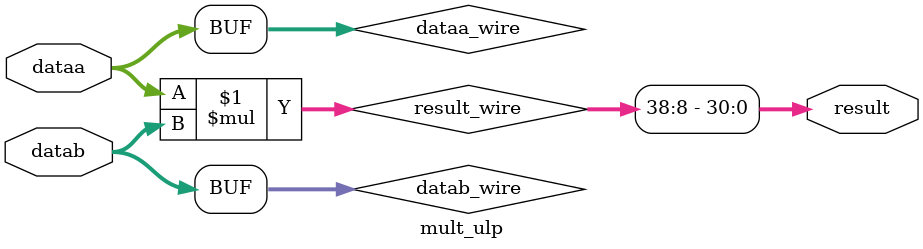
<source format=v>






//synthesis_resources = 
//synopsys translate_off
`timescale 1 ps / 1 ps
//synopsys translate_on
module  mult_ulp
	( 
	dataa,
	datab,
	result) /* synthesis synthesis_clearbox=1 */;
	input   [7:0]  dataa;
	input   [30:0]  datab;
	output   [30:0]  result;

	wire [7:0]    dataa_wire;
	wire [30:0]    datab_wire;
	wire [38:0]    result_wire;



	assign dataa_wire = dataa;
	assign datab_wire = datab;
	assign result_wire = dataa_wire * datab_wire;
	assign result = ({result_wire[38:8]});

endmodule //mult_ulp
//VALID FILE

</source>
